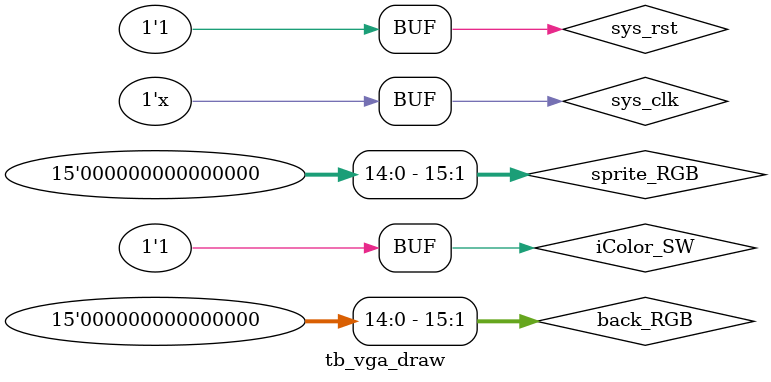
<source format=v>
`timescale  1ns/1ns
module  tb_vga_draw();

wire [15:0] draw_RGB  ;
wire [15:0] sprite_RGB;
wire [15:0] back_RGB  ;
wire        R         ;
wire        G         ;
wire        B         ;
wire [15:0] out_RGB   ;
wire        hsync     ;
wire        vsync     ;
wire        valid     ;
reg  [9:0]  VGA_X     ;
reg  [9:0]  VGA_Y     ;
reg         sys_clk   ;
reg         sys_rst     ;
reg         iColor_SW ;
reg [0:1]   ent       ;

initial
	begin
    VGA_X = 0;
    VGA_Y = 0;
    sys_clk   = 1;
    iColor_SW = 1;
    ent      = 1;
	sys_rst  = 1'b0;
	#200
	sys_rst  = 1'b1;
	end

always #10 sys_clk = ~sys_clk;
assign R = Drawer_inst.red;
assign G = Drawer_inst.green;
assign B = Drawer_inst.blue;
assign sprite_RGB = Drawer_inst.rgb_sprite;
assign back_RGB   = Drawer_inst.rgb_background;

always@(posedge sys_clk) begin
    if(VGA_X >= 640-1)
        VGA_X <= 0;
    else
        VGA_X <= VGA_X+1;
end

always@(posedge sys_clk) begin
    if(VGA_Y >= 480-1)
        VGA_Y <= 0;
    else if(VGA_X >= 640-1)
        VGA_Y <= VGA_Y+1;
    else
        VGA_Y <= VGA_Y;
end

always@(posedge sys_clk) begin
    if(ent >= 2'd3)
        ent <= 0;
    else if(VGA_X % 16 == 0)
        ent <= ent + 1;
    else
        ent <= ent;
end

vga_draw Drawer_inst	(	//	Read Out Side
    .iVGA_CLK    (sys_clk),
    .ivga_x      (VGA_X),
    .ivga_y      (VGA_Y),
    .iReset_n    (sys_rst),
    .iColor_SW   (iColor_SW),
    .iSprite      (ent),
    .oRGB        (draw_RGB)
);
endmodule

</source>
